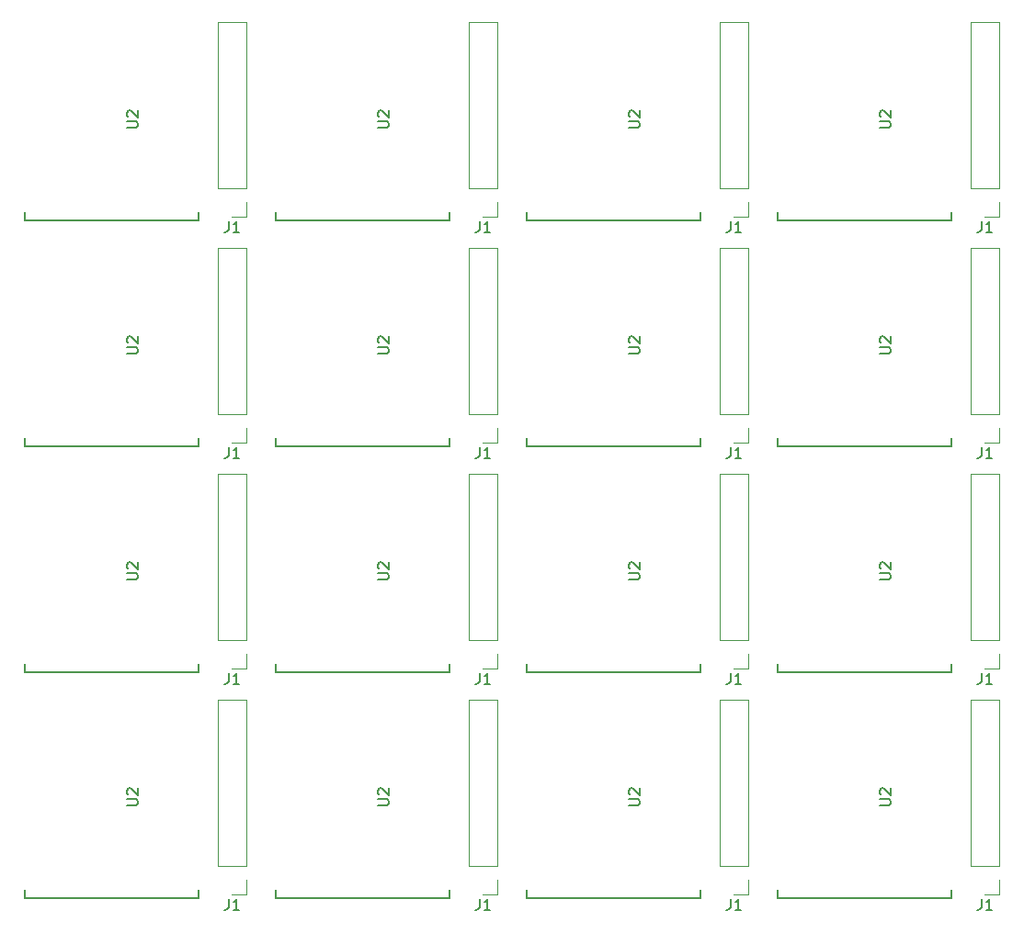
<source format=gbr>
G04 #@! TF.GenerationSoftware,KiCad,Pcbnew,5.1.6-c6e7f7d~86~ubuntu19.10.1*
G04 #@! TF.CreationDate,2021-03-24T16:57:24+01:00*
G04 #@! TF.ProjectId,ESP_12F,4553505f-3132-4462-9e6b-696361645f70,rev?*
G04 #@! TF.SameCoordinates,Original*
G04 #@! TF.FileFunction,Legend,Top*
G04 #@! TF.FilePolarity,Positive*
%FSLAX46Y46*%
G04 Gerber Fmt 4.6, Leading zero omitted, Abs format (unit mm)*
G04 Created by KiCad (PCBNEW 5.1.6-c6e7f7d~86~ubuntu19.10.1) date 2021-03-24 16:57:24*
%MOMM*%
%LPD*%
G01*
G04 APERTURE LIST*
%ADD10C,0.120000*%
%ADD11C,0.152400*%
%ADD12C,0.150000*%
G04 APERTURE END LIST*
D10*
X207832000Y-74482000D02*
X206502000Y-74482000D01*
X207832000Y-73152000D02*
X207832000Y-74482000D01*
X207832000Y-71882000D02*
X205172000Y-71882000D01*
X205172000Y-71882000D02*
X205172000Y-56582000D01*
X207832000Y-71882000D02*
X207832000Y-56582000D01*
X207832000Y-56582000D02*
X205172000Y-56582000D01*
X184718000Y-56582000D02*
X182058000Y-56582000D01*
X184718000Y-71882000D02*
X184718000Y-56582000D01*
X182058000Y-71882000D02*
X182058000Y-56582000D01*
X184718000Y-71882000D02*
X182058000Y-71882000D01*
X184718000Y-73152000D02*
X184718000Y-74482000D01*
X184718000Y-74482000D02*
X183388000Y-74482000D01*
D11*
X187452000Y-136525000D02*
X187452000Y-137287000D01*
X187452000Y-137287000D02*
X203454000Y-137287000D01*
X203454000Y-137287000D02*
X203454000Y-136525000D01*
X203454000Y-95631000D02*
X203454000Y-94869000D01*
X187452000Y-95631000D02*
X203454000Y-95631000D01*
X187452000Y-94869000D02*
X187452000Y-95631000D01*
D10*
X207832000Y-77410000D02*
X205172000Y-77410000D01*
X207832000Y-92710000D02*
X207832000Y-77410000D01*
X205172000Y-92710000D02*
X205172000Y-77410000D01*
X207832000Y-92710000D02*
X205172000Y-92710000D01*
X207832000Y-93980000D02*
X207832000Y-95310000D01*
X207832000Y-95310000D02*
X206502000Y-95310000D01*
D11*
X180340000Y-137287000D02*
X180340000Y-136525000D01*
X164338000Y-137287000D02*
X180340000Y-137287000D01*
X164338000Y-136525000D02*
X164338000Y-137287000D01*
X180340000Y-74803000D02*
X180340000Y-74041000D01*
X164338000Y-74803000D02*
X180340000Y-74803000D01*
X164338000Y-74041000D02*
X164338000Y-74803000D01*
X164338000Y-94869000D02*
X164338000Y-95631000D01*
X164338000Y-95631000D02*
X180340000Y-95631000D01*
X180340000Y-95631000D02*
X180340000Y-94869000D01*
D10*
X207832000Y-136966000D02*
X206502000Y-136966000D01*
X207832000Y-135636000D02*
X207832000Y-136966000D01*
X207832000Y-134366000D02*
X205172000Y-134366000D01*
X205172000Y-134366000D02*
X205172000Y-119066000D01*
X207832000Y-134366000D02*
X207832000Y-119066000D01*
X207832000Y-119066000D02*
X205172000Y-119066000D01*
X184718000Y-116138000D02*
X183388000Y-116138000D01*
X184718000Y-114808000D02*
X184718000Y-116138000D01*
X184718000Y-113538000D02*
X182058000Y-113538000D01*
X182058000Y-113538000D02*
X182058000Y-98238000D01*
X184718000Y-113538000D02*
X184718000Y-98238000D01*
X184718000Y-98238000D02*
X182058000Y-98238000D01*
X207832000Y-98238000D02*
X205172000Y-98238000D01*
X207832000Y-113538000D02*
X207832000Y-98238000D01*
X205172000Y-113538000D02*
X205172000Y-98238000D01*
X207832000Y-113538000D02*
X205172000Y-113538000D01*
X207832000Y-114808000D02*
X207832000Y-116138000D01*
X207832000Y-116138000D02*
X206502000Y-116138000D01*
D11*
X164338000Y-115697000D02*
X164338000Y-116459000D01*
X164338000Y-116459000D02*
X180340000Y-116459000D01*
X180340000Y-116459000D02*
X180340000Y-115697000D01*
X187452000Y-74041000D02*
X187452000Y-74803000D01*
X187452000Y-74803000D02*
X203454000Y-74803000D01*
X203454000Y-74803000D02*
X203454000Y-74041000D01*
D10*
X184718000Y-95310000D02*
X183388000Y-95310000D01*
X184718000Y-93980000D02*
X184718000Y-95310000D01*
X184718000Y-92710000D02*
X182058000Y-92710000D01*
X182058000Y-92710000D02*
X182058000Y-77410000D01*
X184718000Y-92710000D02*
X184718000Y-77410000D01*
X184718000Y-77410000D02*
X182058000Y-77410000D01*
D11*
X203454000Y-116459000D02*
X203454000Y-115697000D01*
X187452000Y-116459000D02*
X203454000Y-116459000D01*
X187452000Y-115697000D02*
X187452000Y-116459000D01*
D10*
X184718000Y-119066000D02*
X182058000Y-119066000D01*
X184718000Y-134366000D02*
X184718000Y-119066000D01*
X182058000Y-134366000D02*
X182058000Y-119066000D01*
X184718000Y-134366000D02*
X182058000Y-134366000D01*
X184718000Y-135636000D02*
X184718000Y-136966000D01*
X184718000Y-136966000D02*
X183388000Y-136966000D01*
X254060000Y-116138000D02*
X252730000Y-116138000D01*
X254060000Y-114808000D02*
X254060000Y-116138000D01*
X254060000Y-113538000D02*
X251400000Y-113538000D01*
X251400000Y-113538000D02*
X251400000Y-98238000D01*
X254060000Y-113538000D02*
X254060000Y-98238000D01*
X254060000Y-98238000D02*
X251400000Y-98238000D01*
X230946000Y-98238000D02*
X228286000Y-98238000D01*
X230946000Y-113538000D02*
X230946000Y-98238000D01*
X228286000Y-113538000D02*
X228286000Y-98238000D01*
X230946000Y-113538000D02*
X228286000Y-113538000D01*
X230946000Y-114808000D02*
X230946000Y-116138000D01*
X230946000Y-116138000D02*
X229616000Y-116138000D01*
D11*
X249682000Y-137287000D02*
X249682000Y-136525000D01*
X233680000Y-137287000D02*
X249682000Y-137287000D01*
X233680000Y-136525000D02*
X233680000Y-137287000D01*
D10*
X254060000Y-119066000D02*
X251400000Y-119066000D01*
X254060000Y-134366000D02*
X254060000Y-119066000D01*
X251400000Y-134366000D02*
X251400000Y-119066000D01*
X254060000Y-134366000D02*
X251400000Y-134366000D01*
X254060000Y-135636000D02*
X254060000Y-136966000D01*
X254060000Y-136966000D02*
X252730000Y-136966000D01*
D11*
X226568000Y-116459000D02*
X226568000Y-115697000D01*
X210566000Y-116459000D02*
X226568000Y-116459000D01*
X210566000Y-115697000D02*
X210566000Y-116459000D01*
X210566000Y-136525000D02*
X210566000Y-137287000D01*
X210566000Y-137287000D02*
X226568000Y-137287000D01*
X226568000Y-137287000D02*
X226568000Y-136525000D01*
X233680000Y-115697000D02*
X233680000Y-116459000D01*
X233680000Y-116459000D02*
X249682000Y-116459000D01*
X249682000Y-116459000D02*
X249682000Y-115697000D01*
D10*
X230946000Y-136966000D02*
X229616000Y-136966000D01*
X230946000Y-135636000D02*
X230946000Y-136966000D01*
X230946000Y-134366000D02*
X228286000Y-134366000D01*
X228286000Y-134366000D02*
X228286000Y-119066000D01*
X230946000Y-134366000D02*
X230946000Y-119066000D01*
X230946000Y-119066000D02*
X228286000Y-119066000D01*
X254060000Y-95310000D02*
X252730000Y-95310000D01*
X254060000Y-93980000D02*
X254060000Y-95310000D01*
X254060000Y-92710000D02*
X251400000Y-92710000D01*
X251400000Y-92710000D02*
X251400000Y-77410000D01*
X254060000Y-92710000D02*
X254060000Y-77410000D01*
X254060000Y-77410000D02*
X251400000Y-77410000D01*
X230946000Y-77410000D02*
X228286000Y-77410000D01*
X230946000Y-92710000D02*
X230946000Y-77410000D01*
X228286000Y-92710000D02*
X228286000Y-77410000D01*
X230946000Y-92710000D02*
X228286000Y-92710000D01*
X230946000Y-93980000D02*
X230946000Y-95310000D01*
X230946000Y-95310000D02*
X229616000Y-95310000D01*
D11*
X226568000Y-95631000D02*
X226568000Y-94869000D01*
X210566000Y-95631000D02*
X226568000Y-95631000D01*
X210566000Y-94869000D02*
X210566000Y-95631000D01*
X233680000Y-94869000D02*
X233680000Y-95631000D01*
X233680000Y-95631000D02*
X249682000Y-95631000D01*
X249682000Y-95631000D02*
X249682000Y-94869000D01*
D10*
X230946000Y-74482000D02*
X229616000Y-74482000D01*
X230946000Y-73152000D02*
X230946000Y-74482000D01*
X230946000Y-71882000D02*
X228286000Y-71882000D01*
X228286000Y-71882000D02*
X228286000Y-56582000D01*
X230946000Y-71882000D02*
X230946000Y-56582000D01*
X230946000Y-56582000D02*
X228286000Y-56582000D01*
D11*
X210566000Y-74041000D02*
X210566000Y-74803000D01*
X210566000Y-74803000D02*
X226568000Y-74803000D01*
X226568000Y-74803000D02*
X226568000Y-74041000D01*
X249682000Y-74803000D02*
X249682000Y-74041000D01*
X233680000Y-74803000D02*
X249682000Y-74803000D01*
X233680000Y-74041000D02*
X233680000Y-74803000D01*
D10*
X254060000Y-56582000D02*
X251400000Y-56582000D01*
X254060000Y-71882000D02*
X254060000Y-56582000D01*
X251400000Y-71882000D02*
X251400000Y-56582000D01*
X254060000Y-71882000D02*
X251400000Y-71882000D01*
X254060000Y-73152000D02*
X254060000Y-74482000D01*
X254060000Y-74482000D02*
X252730000Y-74482000D01*
D12*
X206168666Y-74934380D02*
X206168666Y-75648666D01*
X206121047Y-75791523D01*
X206025809Y-75886761D01*
X205882952Y-75934380D01*
X205787714Y-75934380D01*
X207168666Y-75934380D02*
X206597238Y-75934380D01*
X206882952Y-75934380D02*
X206882952Y-74934380D01*
X206787714Y-75077238D01*
X206692476Y-75172476D01*
X206597238Y-75220095D01*
X183054666Y-74934380D02*
X183054666Y-75648666D01*
X183007047Y-75791523D01*
X182911809Y-75886761D01*
X182768952Y-75934380D01*
X182673714Y-75934380D01*
X184054666Y-75934380D02*
X183483238Y-75934380D01*
X183768952Y-75934380D02*
X183768952Y-74934380D01*
X183673714Y-75077238D01*
X183578476Y-75172476D01*
X183483238Y-75220095D01*
X196810380Y-128777904D02*
X197619904Y-128777904D01*
X197715142Y-128730285D01*
X197762761Y-128682666D01*
X197810380Y-128587428D01*
X197810380Y-128396952D01*
X197762761Y-128301714D01*
X197715142Y-128254095D01*
X197619904Y-128206476D01*
X196810380Y-128206476D01*
X196905619Y-127777904D02*
X196858000Y-127730285D01*
X196810380Y-127635047D01*
X196810380Y-127396952D01*
X196858000Y-127301714D01*
X196905619Y-127254095D01*
X197000857Y-127206476D01*
X197096095Y-127206476D01*
X197238952Y-127254095D01*
X197810380Y-127825523D01*
X197810380Y-127206476D01*
X196810380Y-87121904D02*
X197619904Y-87121904D01*
X197715142Y-87074285D01*
X197762761Y-87026666D01*
X197810380Y-86931428D01*
X197810380Y-86740952D01*
X197762761Y-86645714D01*
X197715142Y-86598095D01*
X197619904Y-86550476D01*
X196810380Y-86550476D01*
X196905619Y-86121904D02*
X196858000Y-86074285D01*
X196810380Y-85979047D01*
X196810380Y-85740952D01*
X196858000Y-85645714D01*
X196905619Y-85598095D01*
X197000857Y-85550476D01*
X197096095Y-85550476D01*
X197238952Y-85598095D01*
X197810380Y-86169523D01*
X197810380Y-85550476D01*
X206168666Y-95762380D02*
X206168666Y-96476666D01*
X206121047Y-96619523D01*
X206025809Y-96714761D01*
X205882952Y-96762380D01*
X205787714Y-96762380D01*
X207168666Y-96762380D02*
X206597238Y-96762380D01*
X206882952Y-96762380D02*
X206882952Y-95762380D01*
X206787714Y-95905238D01*
X206692476Y-96000476D01*
X206597238Y-96048095D01*
X173696380Y-128777904D02*
X174505904Y-128777904D01*
X174601142Y-128730285D01*
X174648761Y-128682666D01*
X174696380Y-128587428D01*
X174696380Y-128396952D01*
X174648761Y-128301714D01*
X174601142Y-128254095D01*
X174505904Y-128206476D01*
X173696380Y-128206476D01*
X173791619Y-127777904D02*
X173744000Y-127730285D01*
X173696380Y-127635047D01*
X173696380Y-127396952D01*
X173744000Y-127301714D01*
X173791619Y-127254095D01*
X173886857Y-127206476D01*
X173982095Y-127206476D01*
X174124952Y-127254095D01*
X174696380Y-127825523D01*
X174696380Y-127206476D01*
X173696380Y-66293904D02*
X174505904Y-66293904D01*
X174601142Y-66246285D01*
X174648761Y-66198666D01*
X174696380Y-66103428D01*
X174696380Y-65912952D01*
X174648761Y-65817714D01*
X174601142Y-65770095D01*
X174505904Y-65722476D01*
X173696380Y-65722476D01*
X173791619Y-65293904D02*
X173744000Y-65246285D01*
X173696380Y-65151047D01*
X173696380Y-64912952D01*
X173744000Y-64817714D01*
X173791619Y-64770095D01*
X173886857Y-64722476D01*
X173982095Y-64722476D01*
X174124952Y-64770095D01*
X174696380Y-65341523D01*
X174696380Y-64722476D01*
X173696380Y-87121904D02*
X174505904Y-87121904D01*
X174601142Y-87074285D01*
X174648761Y-87026666D01*
X174696380Y-86931428D01*
X174696380Y-86740952D01*
X174648761Y-86645714D01*
X174601142Y-86598095D01*
X174505904Y-86550476D01*
X173696380Y-86550476D01*
X173791619Y-86121904D02*
X173744000Y-86074285D01*
X173696380Y-85979047D01*
X173696380Y-85740952D01*
X173744000Y-85645714D01*
X173791619Y-85598095D01*
X173886857Y-85550476D01*
X173982095Y-85550476D01*
X174124952Y-85598095D01*
X174696380Y-86169523D01*
X174696380Y-85550476D01*
X206168666Y-137418380D02*
X206168666Y-138132666D01*
X206121047Y-138275523D01*
X206025809Y-138370761D01*
X205882952Y-138418380D01*
X205787714Y-138418380D01*
X207168666Y-138418380D02*
X206597238Y-138418380D01*
X206882952Y-138418380D02*
X206882952Y-137418380D01*
X206787714Y-137561238D01*
X206692476Y-137656476D01*
X206597238Y-137704095D01*
X183054666Y-116590380D02*
X183054666Y-117304666D01*
X183007047Y-117447523D01*
X182911809Y-117542761D01*
X182768952Y-117590380D01*
X182673714Y-117590380D01*
X184054666Y-117590380D02*
X183483238Y-117590380D01*
X183768952Y-117590380D02*
X183768952Y-116590380D01*
X183673714Y-116733238D01*
X183578476Y-116828476D01*
X183483238Y-116876095D01*
X206168666Y-116590380D02*
X206168666Y-117304666D01*
X206121047Y-117447523D01*
X206025809Y-117542761D01*
X205882952Y-117590380D01*
X205787714Y-117590380D01*
X207168666Y-117590380D02*
X206597238Y-117590380D01*
X206882952Y-117590380D02*
X206882952Y-116590380D01*
X206787714Y-116733238D01*
X206692476Y-116828476D01*
X206597238Y-116876095D01*
X173696380Y-107949904D02*
X174505904Y-107949904D01*
X174601142Y-107902285D01*
X174648761Y-107854666D01*
X174696380Y-107759428D01*
X174696380Y-107568952D01*
X174648761Y-107473714D01*
X174601142Y-107426095D01*
X174505904Y-107378476D01*
X173696380Y-107378476D01*
X173791619Y-106949904D02*
X173744000Y-106902285D01*
X173696380Y-106807047D01*
X173696380Y-106568952D01*
X173744000Y-106473714D01*
X173791619Y-106426095D01*
X173886857Y-106378476D01*
X173982095Y-106378476D01*
X174124952Y-106426095D01*
X174696380Y-106997523D01*
X174696380Y-106378476D01*
X196810380Y-66293904D02*
X197619904Y-66293904D01*
X197715142Y-66246285D01*
X197762761Y-66198666D01*
X197810380Y-66103428D01*
X197810380Y-65912952D01*
X197762761Y-65817714D01*
X197715142Y-65770095D01*
X197619904Y-65722476D01*
X196810380Y-65722476D01*
X196905619Y-65293904D02*
X196858000Y-65246285D01*
X196810380Y-65151047D01*
X196810380Y-64912952D01*
X196858000Y-64817714D01*
X196905619Y-64770095D01*
X197000857Y-64722476D01*
X197096095Y-64722476D01*
X197238952Y-64770095D01*
X197810380Y-65341523D01*
X197810380Y-64722476D01*
X183054666Y-95762380D02*
X183054666Y-96476666D01*
X183007047Y-96619523D01*
X182911809Y-96714761D01*
X182768952Y-96762380D01*
X182673714Y-96762380D01*
X184054666Y-96762380D02*
X183483238Y-96762380D01*
X183768952Y-96762380D02*
X183768952Y-95762380D01*
X183673714Y-95905238D01*
X183578476Y-96000476D01*
X183483238Y-96048095D01*
X196810380Y-107949904D02*
X197619904Y-107949904D01*
X197715142Y-107902285D01*
X197762761Y-107854666D01*
X197810380Y-107759428D01*
X197810380Y-107568952D01*
X197762761Y-107473714D01*
X197715142Y-107426095D01*
X197619904Y-107378476D01*
X196810380Y-107378476D01*
X196905619Y-106949904D02*
X196858000Y-106902285D01*
X196810380Y-106807047D01*
X196810380Y-106568952D01*
X196858000Y-106473714D01*
X196905619Y-106426095D01*
X197000857Y-106378476D01*
X197096095Y-106378476D01*
X197238952Y-106426095D01*
X197810380Y-106997523D01*
X197810380Y-106378476D01*
X183054666Y-137418380D02*
X183054666Y-138132666D01*
X183007047Y-138275523D01*
X182911809Y-138370761D01*
X182768952Y-138418380D01*
X182673714Y-138418380D01*
X184054666Y-138418380D02*
X183483238Y-138418380D01*
X183768952Y-138418380D02*
X183768952Y-137418380D01*
X183673714Y-137561238D01*
X183578476Y-137656476D01*
X183483238Y-137704095D01*
X252396666Y-116590380D02*
X252396666Y-117304666D01*
X252349047Y-117447523D01*
X252253809Y-117542761D01*
X252110952Y-117590380D01*
X252015714Y-117590380D01*
X253396666Y-117590380D02*
X252825238Y-117590380D01*
X253110952Y-117590380D02*
X253110952Y-116590380D01*
X253015714Y-116733238D01*
X252920476Y-116828476D01*
X252825238Y-116876095D01*
X229282666Y-116590380D02*
X229282666Y-117304666D01*
X229235047Y-117447523D01*
X229139809Y-117542761D01*
X228996952Y-117590380D01*
X228901714Y-117590380D01*
X230282666Y-117590380D02*
X229711238Y-117590380D01*
X229996952Y-117590380D02*
X229996952Y-116590380D01*
X229901714Y-116733238D01*
X229806476Y-116828476D01*
X229711238Y-116876095D01*
X243038380Y-128777904D02*
X243847904Y-128777904D01*
X243943142Y-128730285D01*
X243990761Y-128682666D01*
X244038380Y-128587428D01*
X244038380Y-128396952D01*
X243990761Y-128301714D01*
X243943142Y-128254095D01*
X243847904Y-128206476D01*
X243038380Y-128206476D01*
X243133619Y-127777904D02*
X243086000Y-127730285D01*
X243038380Y-127635047D01*
X243038380Y-127396952D01*
X243086000Y-127301714D01*
X243133619Y-127254095D01*
X243228857Y-127206476D01*
X243324095Y-127206476D01*
X243466952Y-127254095D01*
X244038380Y-127825523D01*
X244038380Y-127206476D01*
X252396666Y-137418380D02*
X252396666Y-138132666D01*
X252349047Y-138275523D01*
X252253809Y-138370761D01*
X252110952Y-138418380D01*
X252015714Y-138418380D01*
X253396666Y-138418380D02*
X252825238Y-138418380D01*
X253110952Y-138418380D02*
X253110952Y-137418380D01*
X253015714Y-137561238D01*
X252920476Y-137656476D01*
X252825238Y-137704095D01*
X219924380Y-107949904D02*
X220733904Y-107949904D01*
X220829142Y-107902285D01*
X220876761Y-107854666D01*
X220924380Y-107759428D01*
X220924380Y-107568952D01*
X220876761Y-107473714D01*
X220829142Y-107426095D01*
X220733904Y-107378476D01*
X219924380Y-107378476D01*
X220019619Y-106949904D02*
X219972000Y-106902285D01*
X219924380Y-106807047D01*
X219924380Y-106568952D01*
X219972000Y-106473714D01*
X220019619Y-106426095D01*
X220114857Y-106378476D01*
X220210095Y-106378476D01*
X220352952Y-106426095D01*
X220924380Y-106997523D01*
X220924380Y-106378476D01*
X219924380Y-128777904D02*
X220733904Y-128777904D01*
X220829142Y-128730285D01*
X220876761Y-128682666D01*
X220924380Y-128587428D01*
X220924380Y-128396952D01*
X220876761Y-128301714D01*
X220829142Y-128254095D01*
X220733904Y-128206476D01*
X219924380Y-128206476D01*
X220019619Y-127777904D02*
X219972000Y-127730285D01*
X219924380Y-127635047D01*
X219924380Y-127396952D01*
X219972000Y-127301714D01*
X220019619Y-127254095D01*
X220114857Y-127206476D01*
X220210095Y-127206476D01*
X220352952Y-127254095D01*
X220924380Y-127825523D01*
X220924380Y-127206476D01*
X243038380Y-107949904D02*
X243847904Y-107949904D01*
X243943142Y-107902285D01*
X243990761Y-107854666D01*
X244038380Y-107759428D01*
X244038380Y-107568952D01*
X243990761Y-107473714D01*
X243943142Y-107426095D01*
X243847904Y-107378476D01*
X243038380Y-107378476D01*
X243133619Y-106949904D02*
X243086000Y-106902285D01*
X243038380Y-106807047D01*
X243038380Y-106568952D01*
X243086000Y-106473714D01*
X243133619Y-106426095D01*
X243228857Y-106378476D01*
X243324095Y-106378476D01*
X243466952Y-106426095D01*
X244038380Y-106997523D01*
X244038380Y-106378476D01*
X229282666Y-137418380D02*
X229282666Y-138132666D01*
X229235047Y-138275523D01*
X229139809Y-138370761D01*
X228996952Y-138418380D01*
X228901714Y-138418380D01*
X230282666Y-138418380D02*
X229711238Y-138418380D01*
X229996952Y-138418380D02*
X229996952Y-137418380D01*
X229901714Y-137561238D01*
X229806476Y-137656476D01*
X229711238Y-137704095D01*
X252396666Y-95762380D02*
X252396666Y-96476666D01*
X252349047Y-96619523D01*
X252253809Y-96714761D01*
X252110952Y-96762380D01*
X252015714Y-96762380D01*
X253396666Y-96762380D02*
X252825238Y-96762380D01*
X253110952Y-96762380D02*
X253110952Y-95762380D01*
X253015714Y-95905238D01*
X252920476Y-96000476D01*
X252825238Y-96048095D01*
X229282666Y-95762380D02*
X229282666Y-96476666D01*
X229235047Y-96619523D01*
X229139809Y-96714761D01*
X228996952Y-96762380D01*
X228901714Y-96762380D01*
X230282666Y-96762380D02*
X229711238Y-96762380D01*
X229996952Y-96762380D02*
X229996952Y-95762380D01*
X229901714Y-95905238D01*
X229806476Y-96000476D01*
X229711238Y-96048095D01*
X219924380Y-87121904D02*
X220733904Y-87121904D01*
X220829142Y-87074285D01*
X220876761Y-87026666D01*
X220924380Y-86931428D01*
X220924380Y-86740952D01*
X220876761Y-86645714D01*
X220829142Y-86598095D01*
X220733904Y-86550476D01*
X219924380Y-86550476D01*
X220019619Y-86121904D02*
X219972000Y-86074285D01*
X219924380Y-85979047D01*
X219924380Y-85740952D01*
X219972000Y-85645714D01*
X220019619Y-85598095D01*
X220114857Y-85550476D01*
X220210095Y-85550476D01*
X220352952Y-85598095D01*
X220924380Y-86169523D01*
X220924380Y-85550476D01*
X243038380Y-87121904D02*
X243847904Y-87121904D01*
X243943142Y-87074285D01*
X243990761Y-87026666D01*
X244038380Y-86931428D01*
X244038380Y-86740952D01*
X243990761Y-86645714D01*
X243943142Y-86598095D01*
X243847904Y-86550476D01*
X243038380Y-86550476D01*
X243133619Y-86121904D02*
X243086000Y-86074285D01*
X243038380Y-85979047D01*
X243038380Y-85740952D01*
X243086000Y-85645714D01*
X243133619Y-85598095D01*
X243228857Y-85550476D01*
X243324095Y-85550476D01*
X243466952Y-85598095D01*
X244038380Y-86169523D01*
X244038380Y-85550476D01*
X229282666Y-74934380D02*
X229282666Y-75648666D01*
X229235047Y-75791523D01*
X229139809Y-75886761D01*
X228996952Y-75934380D01*
X228901714Y-75934380D01*
X230282666Y-75934380D02*
X229711238Y-75934380D01*
X229996952Y-75934380D02*
X229996952Y-74934380D01*
X229901714Y-75077238D01*
X229806476Y-75172476D01*
X229711238Y-75220095D01*
X219924380Y-66293904D02*
X220733904Y-66293904D01*
X220829142Y-66246285D01*
X220876761Y-66198666D01*
X220924380Y-66103428D01*
X220924380Y-65912952D01*
X220876761Y-65817714D01*
X220829142Y-65770095D01*
X220733904Y-65722476D01*
X219924380Y-65722476D01*
X220019619Y-65293904D02*
X219972000Y-65246285D01*
X219924380Y-65151047D01*
X219924380Y-64912952D01*
X219972000Y-64817714D01*
X220019619Y-64770095D01*
X220114857Y-64722476D01*
X220210095Y-64722476D01*
X220352952Y-64770095D01*
X220924380Y-65341523D01*
X220924380Y-64722476D01*
X243038380Y-66293904D02*
X243847904Y-66293904D01*
X243943142Y-66246285D01*
X243990761Y-66198666D01*
X244038380Y-66103428D01*
X244038380Y-65912952D01*
X243990761Y-65817714D01*
X243943142Y-65770095D01*
X243847904Y-65722476D01*
X243038380Y-65722476D01*
X243133619Y-65293904D02*
X243086000Y-65246285D01*
X243038380Y-65151047D01*
X243038380Y-64912952D01*
X243086000Y-64817714D01*
X243133619Y-64770095D01*
X243228857Y-64722476D01*
X243324095Y-64722476D01*
X243466952Y-64770095D01*
X244038380Y-65341523D01*
X244038380Y-64722476D01*
X252396666Y-74934380D02*
X252396666Y-75648666D01*
X252349047Y-75791523D01*
X252253809Y-75886761D01*
X252110952Y-75934380D01*
X252015714Y-75934380D01*
X253396666Y-75934380D02*
X252825238Y-75934380D01*
X253110952Y-75934380D02*
X253110952Y-74934380D01*
X253015714Y-75077238D01*
X252920476Y-75172476D01*
X252825238Y-75220095D01*
M02*

</source>
